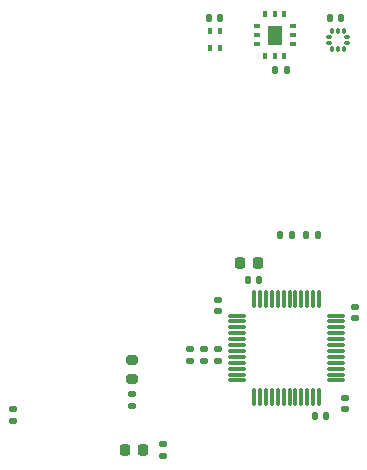
<source format=gbr>
%TF.GenerationSoftware,KiCad,Pcbnew,9.0.0*%
%TF.CreationDate,2025-02-21T21:13:24-05:00*%
%TF.ProjectId,SensorModuleBreakout,53656e73-6f72-44d6-9f64-756c65427265,rev?*%
%TF.SameCoordinates,Original*%
%TF.FileFunction,Paste,Top*%
%TF.FilePolarity,Positive*%
%FSLAX46Y46*%
G04 Gerber Fmt 4.6, Leading zero omitted, Abs format (unit mm)*
G04 Created by KiCad (PCBNEW 9.0.0) date 2025-02-21 21:13:24*
%MOMM*%
%LPD*%
G01*
G04 APERTURE LIST*
G04 Aperture macros list*
%AMRoundRect*
0 Rectangle with rounded corners*
0 $1 Rounding radius*
0 $2 $3 $4 $5 $6 $7 $8 $9 X,Y pos of 4 corners*
0 Add a 4 corners polygon primitive as box body*
4,1,4,$2,$3,$4,$5,$6,$7,$8,$9,$2,$3,0*
0 Add four circle primitives for the rounded corners*
1,1,$1+$1,$2,$3*
1,1,$1+$1,$4,$5*
1,1,$1+$1,$6,$7*
1,1,$1+$1,$8,$9*
0 Add four rect primitives between the rounded corners*
20,1,$1+$1,$2,$3,$4,$5,0*
20,1,$1+$1,$4,$5,$6,$7,0*
20,1,$1+$1,$6,$7,$8,$9,0*
20,1,$1+$1,$8,$9,$2,$3,0*%
G04 Aperture macros list end*
%ADD10C,0.010000*%
%ADD11RoundRect,0.200000X-0.275000X0.200000X-0.275000X-0.200000X0.275000X-0.200000X0.275000X0.200000X0*%
%ADD12R,0.550000X0.300000*%
%ADD13R,0.300000X0.550000*%
%ADD14RoundRect,0.075000X-0.662500X-0.075000X0.662500X-0.075000X0.662500X0.075000X-0.662500X0.075000X0*%
%ADD15RoundRect,0.075000X-0.075000X-0.662500X0.075000X-0.662500X0.075000X0.662500X-0.075000X0.662500X0*%
%ADD16RoundRect,0.135000X-0.185000X0.135000X-0.185000X-0.135000X0.185000X-0.135000X0.185000X0.135000X0*%
%ADD17R,0.300000X0.500000*%
%ADD18RoundRect,0.225000X-0.225000X-0.250000X0.225000X-0.250000X0.225000X0.250000X-0.225000X0.250000X0*%
%ADD19RoundRect,0.218750X-0.218750X-0.256250X0.218750X-0.256250X0.218750X0.256250X-0.218750X0.256250X0*%
%ADD20RoundRect,0.140000X0.140000X0.170000X-0.140000X0.170000X-0.140000X-0.170000X0.140000X-0.170000X0*%
%ADD21RoundRect,0.135000X-0.135000X-0.185000X0.135000X-0.185000X0.135000X0.185000X-0.135000X0.185000X0*%
%ADD22RoundRect,0.140000X-0.170000X0.140000X-0.170000X-0.140000X0.170000X-0.140000X0.170000X0.140000X0*%
%ADD23RoundRect,0.135000X0.185000X-0.135000X0.185000X0.135000X-0.185000X0.135000X-0.185000X-0.135000X0*%
%ADD24RoundRect,0.135000X0.135000X0.185000X-0.135000X0.185000X-0.135000X-0.185000X0.135000X-0.185000X0*%
%ADD25RoundRect,0.140000X-0.140000X-0.170000X0.140000X-0.170000X0.140000X0.170000X-0.140000X0.170000X0*%
%ADD26RoundRect,0.087500X-0.125000X-0.087500X0.125000X-0.087500X0.125000X0.087500X-0.125000X0.087500X0*%
%ADD27RoundRect,0.087500X-0.087500X-0.125000X0.087500X-0.125000X0.087500X0.125000X-0.087500X0.125000X0*%
%ADD28RoundRect,0.140000X0.170000X-0.140000X0.170000X0.140000X-0.170000X0.140000X-0.170000X-0.140000X0*%
G04 APERTURE END LIST*
D10*
%TO.C,U3*%
X130570000Y-62730000D02*
X129430000Y-62730000D01*
X129430000Y-61270000D01*
X130570000Y-61270000D01*
X130570000Y-62730000D01*
G36*
X130570000Y-62730000D02*
G01*
X129430000Y-62730000D01*
X129430000Y-61270000D01*
X130570000Y-61270000D01*
X130570000Y-62730000D01*
G37*
%TD*%
D11*
%TO.C,R4*%
X117950000Y-89475000D03*
X117950000Y-91125000D03*
%TD*%
D12*
%TO.C,U3*%
X128475000Y-61200000D03*
X128475000Y-62000000D03*
X128475000Y-62800000D03*
D13*
X129200000Y-63775000D03*
X130000000Y-63775000D03*
X130800000Y-63775000D03*
D12*
X131525000Y-62800000D03*
X131525000Y-62000000D03*
X131525000Y-61200000D03*
D13*
X130800000Y-60225000D03*
X130000000Y-60225000D03*
X129200000Y-60225000D03*
%TD*%
D14*
%TO.C,U1*%
X126837500Y-85750000D03*
X126837500Y-86250000D03*
X126837500Y-86750000D03*
X126837500Y-87250000D03*
X126837500Y-87750000D03*
X126837500Y-88250000D03*
X126837500Y-88750000D03*
X126837500Y-89250000D03*
X126837500Y-89750000D03*
X126837500Y-90250000D03*
X126837500Y-90750000D03*
X126837500Y-91250000D03*
D15*
X128250000Y-92662500D03*
X128750000Y-92662500D03*
X129250000Y-92662500D03*
X129750000Y-92662500D03*
X130250000Y-92662500D03*
X130750000Y-92662500D03*
X131250000Y-92662500D03*
X131750000Y-92662500D03*
X132250000Y-92662500D03*
X132750000Y-92662500D03*
X133250000Y-92662500D03*
X133750000Y-92662500D03*
D14*
X135162500Y-91250000D03*
X135162500Y-90750000D03*
X135162500Y-90250000D03*
X135162500Y-89750000D03*
X135162500Y-89250000D03*
X135162500Y-88750000D03*
X135162500Y-88250000D03*
X135162500Y-87750000D03*
X135162500Y-87250000D03*
X135162500Y-86750000D03*
X135162500Y-86250000D03*
X135162500Y-85750000D03*
D15*
X133750000Y-84337500D03*
X133250000Y-84337500D03*
X132750000Y-84337500D03*
X132250000Y-84337500D03*
X131750000Y-84337500D03*
X131250000Y-84337500D03*
X130750000Y-84337500D03*
X130250000Y-84337500D03*
X129750000Y-84337500D03*
X129250000Y-84337500D03*
X128750000Y-84337500D03*
X128250000Y-84337500D03*
%TD*%
D16*
%TO.C,R6*%
X120500000Y-96590000D03*
X120500000Y-97610000D03*
%TD*%
D17*
%TO.C,U2*%
X124525000Y-63100000D03*
X125325000Y-63100000D03*
X125325000Y-61700000D03*
X124525000Y-61700000D03*
%TD*%
D18*
%TO.C,C1*%
X127025000Y-81300000D03*
X128575000Y-81300000D03*
%TD*%
D19*
%TO.C,D1*%
X117312500Y-97100000D03*
X118887500Y-97100000D03*
%TD*%
D20*
%TO.C,C9*%
X125405000Y-60600000D03*
X124445000Y-60600000D03*
%TD*%
%TO.C,C4*%
X134380000Y-94250000D03*
X133420000Y-94250000D03*
%TD*%
D21*
%TO.C,R2*%
X132650000Y-78900000D03*
X133670000Y-78900000D03*
%TD*%
D16*
%TO.C,R5*%
X117950000Y-92390000D03*
X117950000Y-93410000D03*
%TD*%
D22*
%TO.C,C12*%
X135950000Y-92720000D03*
X135950000Y-93680000D03*
%TD*%
D23*
%TO.C,R1*%
X107800000Y-94660000D03*
X107800000Y-93640000D03*
%TD*%
D24*
%TO.C,R3*%
X131470000Y-78900000D03*
X130450000Y-78900000D03*
%TD*%
D25*
%TO.C,C2*%
X127720000Y-82700000D03*
X128680000Y-82700000D03*
%TD*%
D26*
%TO.C,U4*%
X134562500Y-62150000D03*
X134562500Y-62650000D03*
D27*
X134825000Y-63162500D03*
X135325000Y-63162500D03*
X135825000Y-63162500D03*
D26*
X136087500Y-62650000D03*
X136087500Y-62150000D03*
D27*
X135825000Y-61637500D03*
X135325000Y-61637500D03*
X134825000Y-61637500D03*
%TD*%
D28*
%TO.C,C8*%
X122800000Y-89580000D03*
X122800000Y-88620000D03*
%TD*%
D20*
%TO.C,C10*%
X131005000Y-65000000D03*
X130045000Y-65000000D03*
%TD*%
D22*
%TO.C,C3*%
X136800000Y-85020000D03*
X136800000Y-85980000D03*
%TD*%
D28*
%TO.C,C7*%
X124000000Y-89580000D03*
X124000000Y-88620000D03*
%TD*%
D25*
%TO.C,C11*%
X134645000Y-60600000D03*
X135605000Y-60600000D03*
%TD*%
D28*
%TO.C,C6*%
X125200000Y-89580000D03*
X125200000Y-88620000D03*
%TD*%
%TO.C,C5*%
X125200000Y-85380000D03*
X125200000Y-84420000D03*
%TD*%
M02*

</source>
